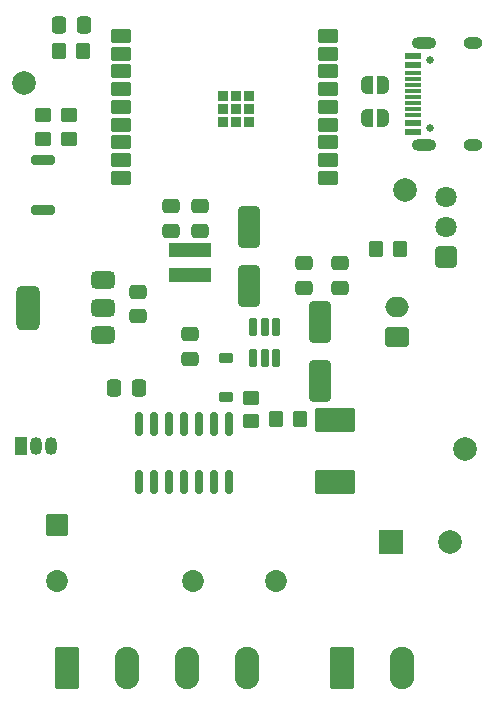
<source format=gbr>
%TF.GenerationSoftware,KiCad,Pcbnew,8.0.2*%
%TF.CreationDate,2024-08-19T20:28:07+02:00*%
%TF.ProjectId,TwinkleTron,5477696e-6b6c-4655-9472-6f6e2e6b6963,rev?*%
%TF.SameCoordinates,Original*%
%TF.FileFunction,Soldermask,Top*%
%TF.FilePolarity,Negative*%
%FSLAX46Y46*%
G04 Gerber Fmt 4.6, Leading zero omitted, Abs format (unit mm)*
G04 Created by KiCad (PCBNEW 8.0.2) date 2024-08-19 20:28:07*
%MOMM*%
%LPD*%
G01*
G04 APERTURE LIST*
G04 Aperture macros list*
%AMRoundRect*
0 Rectangle with rounded corners*
0 $1 Rounding radius*
0 $2 $3 $4 $5 $6 $7 $8 $9 X,Y pos of 4 corners*
0 Add a 4 corners polygon primitive as box body*
4,1,4,$2,$3,$4,$5,$6,$7,$8,$9,$2,$3,0*
0 Add four circle primitives for the rounded corners*
1,1,$1+$1,$2,$3*
1,1,$1+$1,$4,$5*
1,1,$1+$1,$6,$7*
1,1,$1+$1,$8,$9*
0 Add four rect primitives between the rounded corners*
20,1,$1+$1,$2,$3,$4,$5,0*
20,1,$1+$1,$4,$5,$6,$7,0*
20,1,$1+$1,$6,$7,$8,$9,0*
20,1,$1+$1,$8,$9,$2,$3,0*%
%AMFreePoly0*
4,1,19,0.500000,-0.750000,0.000000,-0.750000,0.000000,-0.744911,-0.071157,-0.744911,-0.207708,-0.704816,-0.327430,-0.627875,-0.420627,-0.520320,-0.479746,-0.390866,-0.500000,-0.250000,-0.500000,0.250000,-0.479746,0.390866,-0.420627,0.520320,-0.327430,0.627875,-0.207708,0.704816,-0.071157,0.744911,0.000000,0.744911,0.000000,0.750000,0.500000,0.750000,0.500000,-0.750000,0.500000,-0.750000,
$1*%
%AMFreePoly1*
4,1,19,0.000000,0.744911,0.071157,0.744911,0.207708,0.704816,0.327430,0.627875,0.420627,0.520320,0.479746,0.390866,0.500000,0.250000,0.500000,-0.250000,0.479746,-0.390866,0.420627,-0.520320,0.327430,-0.627875,0.207708,-0.704816,0.071157,-0.744911,0.000000,-0.744911,0.000000,-0.750000,-0.500000,-0.750000,-0.500000,0.750000,0.000000,0.750000,0.000000,0.744911,0.000000,0.744911,
$1*%
G04 Aperture macros list end*
%ADD10RoundRect,0.250000X0.475000X-0.337500X0.475000X0.337500X-0.475000X0.337500X-0.475000X-0.337500X0*%
%ADD11RoundRect,0.250000X-0.350000X-0.450000X0.350000X-0.450000X0.350000X0.450000X-0.350000X0.450000X0*%
%ADD12RoundRect,0.250200X0.649800X-0.649800X0.649800X0.649800X-0.649800X0.649800X-0.649800X-0.649800X0*%
%ADD13C,1.800000*%
%ADD14RoundRect,0.250000X-0.475000X0.337500X-0.475000X-0.337500X0.475000X-0.337500X0.475000X0.337500X0*%
%ADD15RoundRect,0.250000X0.350000X0.450000X-0.350000X0.450000X-0.350000X-0.450000X0.350000X-0.450000X0*%
%ADD16C,2.000000*%
%ADD17RoundRect,0.102000X-0.750000X-0.450000X0.750000X-0.450000X0.750000X0.450000X-0.750000X0.450000X0*%
%ADD18RoundRect,0.102000X-0.350000X-0.350000X0.350000X-0.350000X0.350000X0.350000X-0.350000X0.350000X0*%
%ADD19C,1.854000*%
%ADD20RoundRect,0.102000X-0.825000X-0.825000X0.825000X-0.825000X0.825000X0.825000X-0.825000X0.825000X0*%
%ADD21RoundRect,0.375000X0.625000X0.375000X-0.625000X0.375000X-0.625000X-0.375000X0.625000X-0.375000X0*%
%ADD22RoundRect,0.500000X0.500000X1.400000X-0.500000X1.400000X-0.500000X-1.400000X0.500000X-1.400000X0*%
%ADD23RoundRect,0.250000X-0.450000X0.350000X-0.450000X-0.350000X0.450000X-0.350000X0.450000X0.350000X0*%
%ADD24RoundRect,0.162500X0.162500X-0.617500X0.162500X0.617500X-0.162500X0.617500X-0.162500X-0.617500X0*%
%ADD25RoundRect,0.249999X-0.790001X-1.550001X0.790001X-1.550001X0.790001X1.550001X-0.790001X1.550001X0*%
%ADD26O,2.080000X3.600000*%
%ADD27R,1.050000X1.500000*%
%ADD28O,1.050000X1.500000*%
%ADD29FreePoly0,180.000000*%
%ADD30FreePoly1,180.000000*%
%ADD31RoundRect,0.250000X-0.337500X-0.475000X0.337500X-0.475000X0.337500X0.475000X-0.337500X0.475000X0*%
%ADD32RoundRect,0.102000X1.700000X-0.500000X1.700000X0.500000X-1.700000X0.500000X-1.700000X-0.500000X0*%
%ADD33C,0.650000*%
%ADD34R,1.450000X0.600000*%
%ADD35R,1.450000X0.300000*%
%ADD36O,2.100000X1.000000*%
%ADD37O,1.600000X1.000000*%
%ADD38RoundRect,0.150000X0.150000X-0.825000X0.150000X0.825000X-0.150000X0.825000X-0.150000X-0.825000X0*%
%ADD39R,2.000000X2.000000*%
%ADD40RoundRect,0.250000X0.650000X-1.500000X0.650000X1.500000X-0.650000X1.500000X-0.650000X-1.500000X0*%
%ADD41RoundRect,0.250000X-0.650000X1.500000X-0.650000X-1.500000X0.650000X-1.500000X0.650000X1.500000X0*%
%ADD42RoundRect,0.225000X-0.375000X0.225000X-0.375000X-0.225000X0.375000X-0.225000X0.375000X0.225000X0*%
%ADD43RoundRect,0.250000X0.750000X-0.600000X0.750000X0.600000X-0.750000X0.600000X-0.750000X-0.600000X0*%
%ADD44O,2.000000X1.700000*%
%ADD45RoundRect,0.102000X1.575000X-0.890000X1.575000X0.890000X-1.575000X0.890000X-1.575000X-0.890000X0*%
%ADD46RoundRect,0.200000X0.800000X-0.200000X0.800000X0.200000X-0.800000X0.200000X-0.800000X-0.200000X0*%
G04 APERTURE END LIST*
D10*
%TO.C,C13*%
X153050000Y-76225000D03*
X153050000Y-74150000D03*
%TD*%
D11*
%TO.C,R1*%
X141980000Y-50190000D03*
X143980000Y-50190000D03*
%TD*%
D12*
%TO.C,U5-O1*%
X174690000Y-67580000D03*
D13*
X174690000Y-65040000D03*
X174690000Y-62500000D03*
%TD*%
D14*
%TO.C,C9*%
X148660000Y-70562500D03*
X148660000Y-72637500D03*
%TD*%
D10*
%TO.C,C6*%
X162650000Y-70225000D03*
X162650000Y-68150000D03*
%TD*%
D15*
%TO.C,R11-O1*%
X170800000Y-66900000D03*
X168800000Y-66900000D03*
%TD*%
D16*
%TO.C,TP2*%
X176300000Y-83900000D03*
%TD*%
D17*
%TO.C,U1*%
X147200000Y-48900000D03*
X147200000Y-50400000D03*
X147200000Y-51900000D03*
X147200000Y-53400000D03*
X147200000Y-54900000D03*
X147200000Y-56400000D03*
X147200000Y-57900000D03*
X147200000Y-59400000D03*
X147200000Y-60900000D03*
X164700000Y-60900000D03*
X164700000Y-59400000D03*
X164700000Y-57900000D03*
X164700000Y-56400000D03*
X164700000Y-54900000D03*
X164700000Y-53400000D03*
X164700000Y-51900000D03*
X164700000Y-50400000D03*
X164700000Y-48900000D03*
D18*
X155810000Y-54000000D03*
X156910000Y-54000000D03*
X158010000Y-54000000D03*
X155810000Y-55100000D03*
X156910000Y-55100000D03*
X158010000Y-55100000D03*
X155810000Y-56200000D03*
X156910000Y-56200000D03*
X158010000Y-56200000D03*
%TD*%
D11*
%TO.C,R11*%
X160350000Y-81350000D03*
X162350000Y-81350000D03*
%TD*%
D19*
%TO.C,K1*%
X153280000Y-95030000D03*
X160280000Y-95030000D03*
X141780000Y-95030000D03*
D20*
X141780000Y-90330000D03*
%TD*%
D21*
%TO.C,U3*%
X145640000Y-74190000D03*
X145640000Y-71890000D03*
D22*
X139340000Y-71890000D03*
D21*
X145640000Y-69590000D03*
%TD*%
D10*
%TO.C,C14*%
X165750000Y-70225000D03*
X165750000Y-68150000D03*
%TD*%
D23*
%TO.C,R7*%
X140610000Y-55600000D03*
X140610000Y-57600000D03*
%TD*%
D24*
%TO.C,U5*%
X158400000Y-76200000D03*
X159350000Y-76200000D03*
X160300000Y-76200000D03*
X160300000Y-73500000D03*
X159350000Y-73500000D03*
X158400000Y-73500000D03*
%TD*%
D25*
%TO.C,J1*%
X142597500Y-102400000D03*
D26*
X147677500Y-102400000D03*
X152757500Y-102400000D03*
X157837500Y-102400000D03*
%TD*%
D27*
%TO.C,U4-O1*%
X138730000Y-83600000D03*
D28*
X140000000Y-83600000D03*
X141270000Y-83600000D03*
%TD*%
D29*
%TO.C,USB2*%
X169340000Y-53050000D03*
D30*
X168040000Y-53050000D03*
%TD*%
D23*
%TO.C,R6*%
X158220000Y-79520000D03*
X158220000Y-81520000D03*
%TD*%
D31*
%TO.C,C4*%
X146625000Y-78740000D03*
X148700000Y-78740000D03*
%TD*%
D10*
%TO.C,C5*%
X151450000Y-65387500D03*
X151450000Y-63312500D03*
%TD*%
D32*
%TO.C,L1*%
X153050000Y-69100000D03*
X153050000Y-67000000D03*
%TD*%
D16*
%TO.C,TP16*%
X138940000Y-52890000D03*
%TD*%
D23*
%TO.C,R3*%
X142810000Y-55600000D03*
X142810000Y-57600000D03*
%TD*%
D33*
%TO.C,J3*%
X173350000Y-56690000D03*
X173350000Y-50910000D03*
D34*
X171905000Y-57050000D03*
X171905000Y-56250000D03*
D35*
X171905000Y-55050000D03*
X171905000Y-54050000D03*
X171905000Y-53550000D03*
X171905000Y-52550000D03*
D34*
X171905000Y-51350000D03*
X171905000Y-50550000D03*
X171905000Y-50550000D03*
X171905000Y-51350000D03*
D35*
X171905000Y-52050000D03*
X171905000Y-53050000D03*
X171905000Y-54550000D03*
X171905000Y-55550000D03*
D34*
X171905000Y-56250000D03*
X171905000Y-57050000D03*
D36*
X172820000Y-58120000D03*
D37*
X177000000Y-58120000D03*
D36*
X172820000Y-49480000D03*
D37*
X177000000Y-49480000D03*
%TD*%
D16*
%TO.C,TP7*%
X171200000Y-61900000D03*
%TD*%
D38*
%TO.C,U6*%
X148690000Y-86690000D03*
X149960000Y-86690000D03*
X151230000Y-86690000D03*
X152500000Y-86690000D03*
X153770000Y-86690000D03*
X155040000Y-86690000D03*
X156310000Y-86690000D03*
X156310000Y-81740000D03*
X155040000Y-81740000D03*
X153770000Y-81740000D03*
X152500000Y-81740000D03*
X151230000Y-81740000D03*
X149960000Y-81740000D03*
X148690000Y-81740000D03*
%TD*%
D25*
%TO.C,J2*%
X165937500Y-102400000D03*
D26*
X171017500Y-102400000D03*
%TD*%
D39*
%TO.C,C7*%
X170070000Y-91700000D03*
D16*
X175070000Y-91700000D03*
%TD*%
D40*
%TO.C,D1*%
X158050000Y-70050000D03*
X158050000Y-65050000D03*
%TD*%
D41*
%TO.C,D2*%
X164000000Y-73100000D03*
X164000000Y-78100000D03*
%TD*%
D42*
%TO.C,D5*%
X156050000Y-76200000D03*
X156050000Y-79500000D03*
%TD*%
D43*
%TO.C,J3-O1*%
X170550000Y-74350000D03*
D44*
X170550000Y-71850000D03*
%TD*%
D31*
%TO.C,C11*%
X141960000Y-48000000D03*
X144035000Y-48000000D03*
%TD*%
D45*
%TO.C,F3*%
X165300000Y-86630000D03*
X165300000Y-81400000D03*
%TD*%
D29*
%TO.C,USB1*%
X169350000Y-55800000D03*
D30*
X168050000Y-55800000D03*
%TD*%
D46*
%TO.C,SW1*%
X140610000Y-63600000D03*
X140610000Y-59400000D03*
%TD*%
D10*
%TO.C,C15*%
X153900000Y-65400000D03*
X153900000Y-63325000D03*
%TD*%
M02*

</source>
